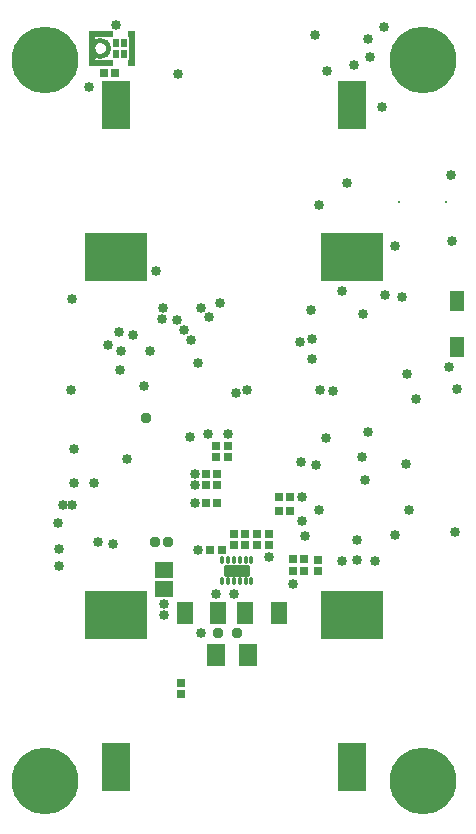
<source format=gbs>
G04*
G04 #@! TF.GenerationSoftware,Altium Limited,Altium Designer,18.1.7 (191)*
G04*
G04 Layer_Color=16711935*
%FSLAX25Y25*%
%MOIN*%
G70*
G01*
G75*
%ADD56R,0.06299X0.05709*%
%ADD57R,0.02953X0.02756*%
%ADD61R,0.05709X0.07677*%
%ADD68R,0.02756X0.02953*%
%ADD72R,0.04724X0.07087*%
%ADD75R,0.03110X0.03110*%
%ADD77R,0.03110X0.03110*%
%ADD90C,0.00591*%
%ADD91C,0.22244*%
G04:AMPARAMS|DCode=92|XSize=5.91mil|YSize=5.91mil|CornerRadius=0mil|HoleSize=0mil|Usage=FLASHONLY|Rotation=0.000|XOffset=0mil|YOffset=0mil|HoleType=Round|Shape=RoundedRectangle|*
%AMROUNDEDRECTD92*
21,1,0.00591,0.00591,0,0,0.0*
21,1,0.00591,0.00591,0,0,0.0*
1,1,0.00000,0.00295,-0.00295*
1,1,0.00000,-0.00295,-0.00295*
1,1,0.00000,-0.00295,0.00295*
1,1,0.00000,0.00295,0.00295*
%
%ADD92ROUNDEDRECTD92*%
%ADD93C,0.03347*%
%ADD94C,0.03362*%
%ADD95C,0.03740*%
%ADD111C,0.01772*%
%ADD112R,0.02165X0.02953*%
%ADD113R,0.01772X0.11614*%
%ADD114R,0.20591X0.16181*%
%ADD115R,0.09803X0.16181*%
G04:AMPARAMS|DCode=116|XSize=15.75mil|YSize=25.59mil|CornerRadius=4.43mil|HoleSize=0mil|Usage=FLASHONLY|Rotation=0.000|XOffset=0mil|YOffset=0mil|HoleType=Round|Shape=RoundedRectangle|*
%AMROUNDEDRECTD116*
21,1,0.01575,0.01673,0,0,0.0*
21,1,0.00689,0.02559,0,0,0.0*
1,1,0.00886,0.00345,-0.00837*
1,1,0.00886,-0.00345,-0.00837*
1,1,0.00886,-0.00345,0.00837*
1,1,0.00886,0.00345,0.00837*
%
%ADD116ROUNDEDRECTD116*%
G04:AMPARAMS|DCode=117|XSize=84.65mil|YSize=41.34mil|CornerRadius=4.72mil|HoleSize=0mil|Usage=FLASHONLY|Rotation=0.000|XOffset=0mil|YOffset=0mil|HoleType=Round|Shape=RoundedRectangle|*
%AMROUNDEDRECTD117*
21,1,0.08465,0.03189,0,0,0.0*
21,1,0.07520,0.04134,0,0,0.0*
1,1,0.00945,0.03760,-0.01595*
1,1,0.00945,-0.03760,-0.01595*
1,1,0.00945,-0.03760,0.01595*
1,1,0.00945,0.03760,0.01595*
%
%ADD117ROUNDEDRECTD117*%
%ADD118R,0.06457X0.07756*%
G36*
X45716Y265647D02*
X45761Y265636D01*
X45804Y265618D01*
X45843Y265594D01*
X45879Y265564D01*
X45909Y265528D01*
X45933Y265489D01*
X45951Y265446D01*
X45962Y265401D01*
X45965Y265354D01*
Y254331D01*
X45962Y254284D01*
X45951Y254239D01*
X45933Y254196D01*
X45909Y254157D01*
X45879Y254121D01*
X45843Y254091D01*
X45804Y254067D01*
X45761Y254049D01*
X45716Y254038D01*
X45669Y254034D01*
X43701D01*
X43655Y254038D01*
X43609Y254049D01*
X43566Y254067D01*
X43527Y254091D01*
X43491Y254121D01*
X43461Y254157D01*
X43437Y254196D01*
X43419Y254239D01*
X43408Y254284D01*
X43405Y254331D01*
Y255709D01*
X43408Y255755D01*
X43419Y255800D01*
X43437Y255843D01*
X43461Y255883D01*
X43491Y255918D01*
X43527Y255948D01*
X43566Y255973D01*
X43609Y255990D01*
X43655Y256001D01*
X43701Y256005D01*
X43995D01*
Y263680D01*
X43701D01*
X43655Y263684D01*
X43609Y263695D01*
X43566Y263713D01*
X43527Y263737D01*
X43491Y263767D01*
X43461Y263802D01*
X43437Y263842D01*
X43419Y263885D01*
X43408Y263930D01*
X43405Y263976D01*
Y265354D01*
X43408Y265401D01*
X43419Y265446D01*
X43437Y265489D01*
X43461Y265528D01*
X43491Y265564D01*
X43527Y265594D01*
X43566Y265618D01*
X43609Y265636D01*
X43655Y265647D01*
X43701Y265651D01*
X45669D01*
X45716Y265647D01*
D02*
G37*
G36*
X38235D02*
X38280Y265636D01*
X38324Y265618D01*
X38363Y265594D01*
X38398Y265564D01*
X38429Y265528D01*
X38453Y265489D01*
X38471Y265446D01*
X38482Y265401D01*
X38485Y265354D01*
Y263976D01*
X38482Y263930D01*
X38471Y263885D01*
X38453Y263842D01*
X38429Y263802D01*
X38398Y263767D01*
X38363Y263737D01*
X38324Y263713D01*
X38280Y263695D01*
X38235Y263684D01*
X38189Y263680D01*
X32383D01*
Y263216D01*
X32867Y263171D01*
X32879Y263169D01*
X32892Y263168D01*
X32902Y263165D01*
X32913Y263163D01*
X32925Y263159D01*
X32937Y263156D01*
X32947Y263152D01*
X32957Y263148D01*
X32968Y263142D01*
X32979Y263137D01*
X32988Y263131D01*
X32998Y263126D01*
X33008Y263119D01*
X33018Y263112D01*
X33026Y263105D01*
X33035Y263099D01*
X33044Y263090D01*
X33053Y263081D01*
X33060Y263073D01*
X33067Y263065D01*
X33075Y263055D01*
X33083Y263045D01*
X33088Y263036D01*
X33094Y263027D01*
X33100Y263016D01*
X33106Y263005D01*
X33110Y262995D01*
X33115Y262985D01*
X33118Y262973D01*
X33123Y262962D01*
X33125Y262951D01*
X33128Y262941D01*
X33130Y262929D01*
X33133Y262916D01*
X33306Y261658D01*
X33306Y261657D01*
X33306Y261656D01*
X33307Y261633D01*
X33308Y261612D01*
X33308Y261611D01*
X33308Y261610D01*
X33306Y261586D01*
X33304Y261565D01*
X33303Y261564D01*
X33303Y261563D01*
X33297Y261541D01*
X33292Y261521D01*
X33291Y261520D01*
X33291Y261518D01*
X33282Y261498D01*
X33273Y261478D01*
X33273Y261477D01*
X33272Y261476D01*
X32383Y259846D01*
Y259839D01*
X33272Y258209D01*
X33273Y258208D01*
X33273Y258207D01*
X33282Y258187D01*
X33291Y258167D01*
X33291Y258166D01*
X33292Y258165D01*
X33297Y258143D01*
X33303Y258122D01*
X33303Y258121D01*
X33304Y258120D01*
X33306Y258099D01*
X33308Y258076D01*
X33308Y258074D01*
X33308Y258073D01*
X33307Y258052D01*
X33306Y258029D01*
X33306Y258028D01*
X33306Y258027D01*
X33133Y256769D01*
X33130Y256756D01*
X33128Y256744D01*
X33125Y256734D01*
X33123Y256723D01*
X33118Y256712D01*
X33115Y256699D01*
X33110Y256690D01*
X33106Y256680D01*
X33100Y256669D01*
X33094Y256658D01*
X33088Y256649D01*
X33083Y256640D01*
X33075Y256630D01*
X33067Y256620D01*
X33060Y256612D01*
X33053Y256604D01*
X33044Y256595D01*
X33035Y256587D01*
X33026Y256580D01*
X33018Y256573D01*
X33008Y256566D01*
X32998Y256559D01*
X32988Y256554D01*
X32979Y256548D01*
X32968Y256543D01*
X32957Y256537D01*
X32947Y256533D01*
X32937Y256529D01*
X32925Y256526D01*
X32913Y256522D01*
X32902Y256520D01*
X32892Y256517D01*
X32879Y256516D01*
X32867Y256514D01*
X32383Y256469D01*
Y256005D01*
X38189D01*
X38235Y256001D01*
X38280Y255990D01*
X38324Y255973D01*
X38363Y255948D01*
X38398Y255918D01*
X38429Y255883D01*
X38453Y255843D01*
X38471Y255800D01*
X38482Y255755D01*
X38485Y255709D01*
Y254331D01*
X38482Y254284D01*
X38471Y254239D01*
X38453Y254196D01*
X38429Y254157D01*
X38398Y254121D01*
X38363Y254091D01*
X38324Y254067D01*
X38280Y254049D01*
X38235Y254038D01*
X38189Y254034D01*
X30709D01*
X30662Y254038D01*
X30617Y254049D01*
X30574Y254067D01*
X30535Y254091D01*
X30499Y254121D01*
X30469Y254157D01*
X30445Y254196D01*
X30427Y254239D01*
X30416Y254284D01*
X30413Y254331D01*
Y265354D01*
X30416Y265401D01*
X30427Y265446D01*
X30445Y265489D01*
X30469Y265528D01*
X30499Y265564D01*
X30535Y265594D01*
X30574Y265618D01*
X30617Y265636D01*
X30662Y265647D01*
X30709Y265651D01*
X38189D01*
X38235Y265647D01*
D02*
G37*
D56*
X55512Y86024D02*
D03*
Y79724D02*
D03*
D57*
X106693Y85532D02*
D03*
Y89272D02*
D03*
X86614Y97933D02*
D03*
Y94193D02*
D03*
X90551Y97933D02*
D03*
Y94193D02*
D03*
X78740Y97933D02*
D03*
Y94193D02*
D03*
X82677Y97933D02*
D03*
Y94193D02*
D03*
D61*
X93701Y71752D02*
D03*
X82677D02*
D03*
X62598D02*
D03*
X73622D02*
D03*
D68*
X102264Y89764D02*
D03*
X98524D02*
D03*
X70965Y92767D02*
D03*
X74705D02*
D03*
D72*
X153287Y175650D02*
D03*
Y160492D02*
D03*
D75*
X76772Y127205D02*
D03*
Y123583D02*
D03*
X72835Y127205D02*
D03*
Y123583D02*
D03*
X61024Y44646D02*
D03*
Y48268D02*
D03*
D77*
X35591Y251550D02*
D03*
X39213D02*
D03*
X97480Y105512D02*
D03*
X93858D02*
D03*
X93858Y110236D02*
D03*
X97480D02*
D03*
X69646Y118110D02*
D03*
X73268D02*
D03*
X73268Y114173D02*
D03*
X69646D02*
D03*
X69646Y108268D02*
D03*
X73268D02*
D03*
X98583Y85827D02*
D03*
X102205D02*
D03*
D90*
X34252Y259842D02*
D03*
D91*
X141732Y15748D02*
D03*
X15748D02*
D03*
Y255906D02*
D03*
X141732D02*
D03*
D92*
X149606Y208661D02*
D03*
X133858D02*
D03*
D93*
X60236Y251181D02*
D03*
X39886Y184252D02*
D03*
X31012D02*
D03*
X152362Y98819D02*
D03*
X116374Y214961D02*
D03*
X134759Y177107D02*
D03*
X139554Y142913D02*
D03*
X102362Y97319D02*
D03*
X64328Y130371D02*
D03*
X20079Y101575D02*
D03*
X32283Y115059D02*
D03*
X39370Y267716D02*
D03*
X150645Y153797D02*
D03*
X107144Y207677D02*
D03*
X132677Y193914D02*
D03*
X33613Y95239D02*
D03*
X43114Y123031D02*
D03*
X20472Y92913D02*
D03*
X66840Y92767D02*
D03*
X105864Y264469D02*
D03*
X24600Y146063D02*
D03*
X25000Y176378D02*
D03*
X48860Y147244D02*
D03*
X90390Y90417D02*
D03*
X98583Y81201D02*
D03*
X121934Y171417D02*
D03*
X42126Y14173D02*
D03*
X47638Y190157D02*
D03*
Y196457D02*
D03*
Y184252D02*
D03*
X118110Y196457D02*
D03*
X126378Y184252D02*
D03*
X109843Y196457D02*
D03*
X132677Y97819D02*
D03*
X128240Y240370D02*
D03*
X30512Y246850D02*
D03*
X118898Y254331D02*
D03*
X128740Y266929D02*
D03*
X129134Y177559D02*
D03*
X114950Y179134D02*
D03*
X38651Y94814D02*
D03*
X107340Y106142D02*
D03*
X119685Y89205D02*
D03*
X125984Y88976D02*
D03*
X119685Y96063D02*
D03*
X111811Y145669D02*
D03*
X107480Y146063D02*
D03*
X62205Y166142D02*
D03*
X59842Y169291D02*
D03*
X64567Y162598D02*
D03*
X70472Y170276D02*
D03*
X101181Y122047D02*
D03*
X124016Y257087D02*
D03*
X123622Y262992D02*
D03*
X25429Y115059D02*
D03*
X25528Y126279D02*
D03*
X104724Y162992D02*
D03*
X41339Y159055D02*
D03*
X100787Y162024D02*
D03*
X37008Y161024D02*
D03*
X47638Y76772D02*
D03*
X136614Y151417D02*
D03*
X104943Y156496D02*
D03*
X66840Y155118D02*
D03*
X109449Y129921D02*
D03*
X74251Y175000D02*
D03*
X136221Y121260D02*
D03*
X106181Y121142D02*
D03*
X121653Y123622D02*
D03*
X55118Y173228D02*
D03*
X122547Y116035D02*
D03*
X54724Y169685D02*
D03*
X79528Y144882D02*
D03*
X83071Y146063D02*
D03*
X114950Y88976D02*
D03*
X137244Y106142D02*
D03*
X20596Y87417D02*
D03*
X109843Y252500D02*
D03*
X50787Y159055D02*
D03*
X40945Y152756D02*
D03*
X52756Y185827D02*
D03*
X45079Y164173D02*
D03*
X40551Y165354D02*
D03*
X123403Y132109D02*
D03*
X21850Y107677D02*
D03*
X65945Y118110D02*
D03*
X67913Y173228D02*
D03*
X25000Y107677D02*
D03*
X65945Y114173D02*
D03*
X55512Y70866D02*
D03*
Y74803D02*
D03*
X120866Y235276D02*
D03*
X115354D02*
D03*
Y247087D02*
D03*
X120866D02*
D03*
Y241181D02*
D03*
X115354D02*
D03*
X42126Y235276D02*
D03*
X36614D02*
D03*
Y247087D02*
D03*
X42126D02*
D03*
Y241181D02*
D03*
X36614D02*
D03*
X31102Y76772D02*
D03*
Y64961D02*
D03*
X47638D02*
D03*
X39370Y76772D02*
D03*
Y64961D02*
D03*
X31102Y70866D02*
D03*
X47638D02*
D03*
X36614Y25984D02*
D03*
X42126D02*
D03*
X36614Y14173D02*
D03*
Y20079D02*
D03*
X42126D02*
D03*
X120866D02*
D03*
X115354D02*
D03*
Y14173D02*
D03*
X120866D02*
D03*
Y25984D02*
D03*
X115354D02*
D03*
X126378Y70866D02*
D03*
X109843D02*
D03*
X118110Y64961D02*
D03*
Y76772D02*
D03*
X126378D02*
D03*
Y64961D02*
D03*
X109843D02*
D03*
Y76772D02*
D03*
X67716Y64961D02*
D03*
X72835Y77953D02*
D03*
X78756Y77866D02*
D03*
X101575Y110236D02*
D03*
X70276Y131299D02*
D03*
X76772D02*
D03*
X101575Y102362D02*
D03*
X65945Y108268D02*
D03*
D94*
X151573Y195529D02*
D03*
X151181Y217827D02*
D03*
X153070Y146303D02*
D03*
X104567Y172677D02*
D03*
D95*
X56693Y95276D02*
D03*
X52362D02*
D03*
X49608Y136807D02*
D03*
X79921Y65059D02*
D03*
X73622D02*
D03*
D111*
X37008Y259842D02*
G03*
X37008Y259842I-2756J0D01*
G01*
D112*
X42323Y258071D02*
D03*
X39567D02*
D03*
X42323Y261614D02*
D03*
X39567D02*
D03*
D113*
X45079Y259842D02*
D03*
X31299D02*
D03*
D114*
X118110Y190394D02*
D03*
X39370D02*
D03*
X118110Y70866D02*
D03*
X39370D02*
D03*
D115*
X118110Y240984D02*
D03*
X39370D02*
D03*
X118110Y20276D02*
D03*
X39370D02*
D03*
D116*
X84661Y82197D02*
D03*
X82693D02*
D03*
X80724D02*
D03*
X78756D02*
D03*
X76787D02*
D03*
X74819D02*
D03*
X84661Y89205D02*
D03*
X82693D02*
D03*
X80724D02*
D03*
X78756D02*
D03*
X76787D02*
D03*
X74819D02*
D03*
D117*
X79740Y85701D02*
D03*
D118*
X72815Y57579D02*
D03*
X83484D02*
D03*
M02*

</source>
